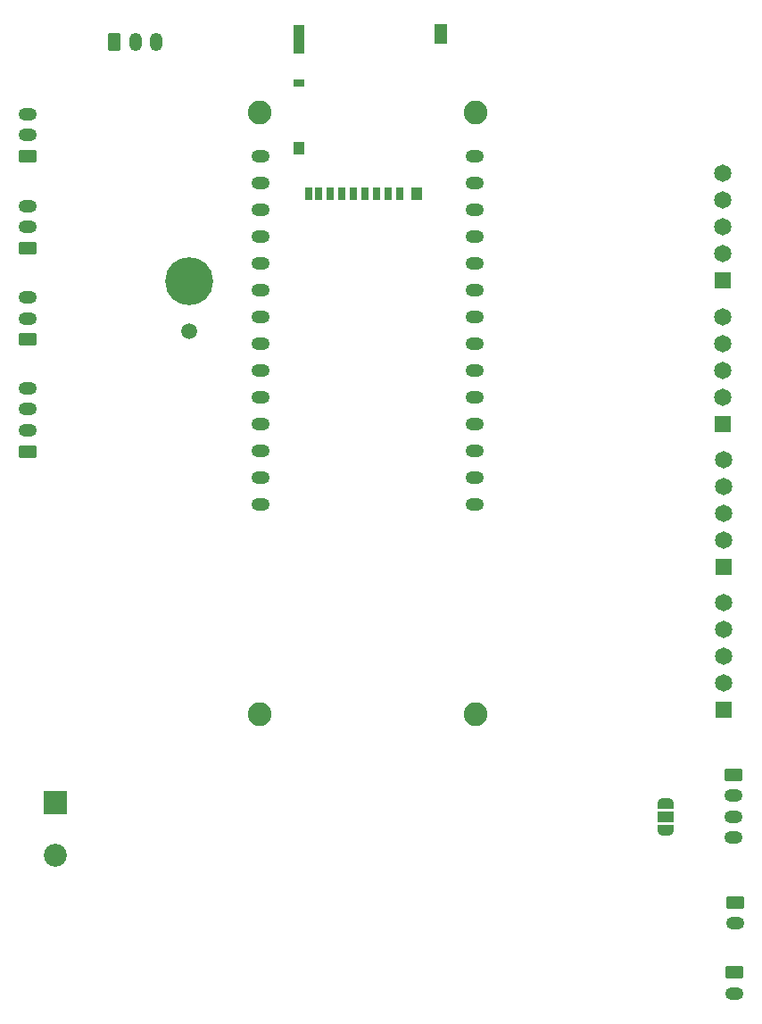
<source format=gbs>
G04 #@! TF.GenerationSoftware,KiCad,Pcbnew,(6.0.5)*
G04 #@! TF.CreationDate,2022-06-09T16:15:49+02:00*
G04 #@! TF.ProjectId,ruche,72756368-652e-46b6-9963-61645f706362,rev?*
G04 #@! TF.SameCoordinates,Original*
G04 #@! TF.FileFunction,Soldermask,Bot*
G04 #@! TF.FilePolarity,Negative*
%FSLAX46Y46*%
G04 Gerber Fmt 4.6, Leading zero omitted, Abs format (unit mm)*
G04 Created by KiCad (PCBNEW (6.0.5)) date 2022-06-09 16:15:49*
%MOMM*%
%LPD*%
G01*
G04 APERTURE LIST*
G04 Aperture macros list*
%AMRoundRect*
0 Rectangle with rounded corners*
0 $1 Rounding radius*
0 $2 $3 $4 $5 $6 $7 $8 $9 X,Y pos of 4 corners*
0 Add a 4 corners polygon primitive as box body*
4,1,4,$2,$3,$4,$5,$6,$7,$8,$9,$2,$3,0*
0 Add four circle primitives for the rounded corners*
1,1,$1+$1,$2,$3*
1,1,$1+$1,$4,$5*
1,1,$1+$1,$6,$7*
1,1,$1+$1,$8,$9*
0 Add four rect primitives between the rounded corners*
20,1,$1+$1,$2,$3,$4,$5,0*
20,1,$1+$1,$4,$5,$6,$7,0*
20,1,$1+$1,$6,$7,$8,$9,0*
20,1,$1+$1,$8,$9,$2,$3,0*%
%AMFreePoly0*
4,1,22,0.550000,-0.750000,0.000000,-0.750000,0.000000,-0.745033,-0.079941,-0.743568,-0.215256,-0.701293,-0.333266,-0.622738,-0.424486,-0.514219,-0.481581,-0.384460,-0.499164,-0.250000,-0.500000,-0.250000,-0.500000,0.250000,-0.499164,0.250000,-0.499963,0.256109,-0.478152,0.396186,-0.417904,0.524511,-0.324060,0.630769,-0.204165,0.706417,-0.067858,0.745374,0.000000,0.744959,0.000000,0.750000,
0.550000,0.750000,0.550000,-0.750000,0.550000,-0.750000,$1*%
%AMFreePoly1*
4,1,20,0.000000,0.744959,0.073905,0.744508,0.209726,0.703889,0.328688,0.626782,0.421226,0.519385,0.479903,0.390333,0.500000,0.250000,0.500000,-0.250000,0.499851,-0.262216,0.476331,-0.402017,0.414519,-0.529596,0.319384,-0.634700,0.198574,-0.708877,0.061801,-0.746166,0.000000,-0.745033,0.000000,-0.750000,-0.550000,-0.750000,-0.550000,0.750000,0.000000,0.750000,0.000000,0.744959,
0.000000,0.744959,$1*%
G04 Aperture macros list end*
%ADD10R,2.175000X2.175000*%
%ADD11C,2.175000*%
%ADD12RoundRect,0.250000X0.625000X-0.350000X0.625000X0.350000X-0.625000X0.350000X-0.625000X-0.350000X0*%
%ADD13O,1.750000X1.200000*%
%ADD14RoundRect,0.250000X-0.625000X0.350000X-0.625000X-0.350000X0.625000X-0.350000X0.625000X0.350000X0*%
%ADD15C,1.500000*%
%ADD16C,4.540000*%
%ADD17RoundRect,0.250000X-0.350000X-0.625000X0.350000X-0.625000X0.350000X0.625000X-0.350000X0.625000X0*%
%ADD18O,1.200000X1.750000*%
%ADD19R,1.650000X1.650000*%
%ADD20C,1.650000*%
%ADD21C,2.250000*%
%ADD22FreePoly0,270.000000*%
%ADD23R,1.500000X1.000000*%
%ADD24FreePoly1,270.000000*%
%ADD25R,0.700000X1.200000*%
%ADD26R,1.000000X0.800000*%
%ADD27R,1.300000X1.900000*%
%ADD28R,1.000000X1.200000*%
%ADD29R,1.000000X2.800000*%
G04 APERTURE END LIST*
D10*
X101550000Y-143635000D03*
D11*
X101550000Y-148635000D03*
D12*
X98900000Y-110310000D03*
D13*
X98900000Y-108310000D03*
X98900000Y-106310000D03*
X98900000Y-104310000D03*
D14*
X166010000Y-153050000D03*
D13*
X166010000Y-155050000D03*
D14*
X165990000Y-159690000D03*
D13*
X165990000Y-161690000D03*
D12*
X98875000Y-91035000D03*
D13*
X98875000Y-89035000D03*
X98875000Y-87035000D03*
D12*
X98870000Y-82310000D03*
D13*
X98870000Y-80310000D03*
X98870000Y-78310000D03*
D12*
X98900000Y-99685000D03*
D13*
X98900000Y-97685000D03*
X98900000Y-95685000D03*
D15*
X114220000Y-98940000D03*
D16*
X114220000Y-94140000D03*
D17*
X107100000Y-71460000D03*
D18*
X109100000Y-71460000D03*
X111100000Y-71460000D03*
D19*
X164870000Y-107720000D03*
D20*
X164870000Y-105180000D03*
X164870000Y-102640000D03*
X164870000Y-100100000D03*
X164870000Y-97560000D03*
D14*
X165870000Y-140940000D03*
D13*
X165870000Y-142940000D03*
X165870000Y-144940000D03*
X165870000Y-146940000D03*
D19*
X164900000Y-121250000D03*
D20*
X164900000Y-118710000D03*
X164900000Y-116170000D03*
X164900000Y-113630000D03*
X164900000Y-111090000D03*
D21*
X120877500Y-78185000D03*
X141377500Y-78185000D03*
X120877500Y-135185000D03*
X141377500Y-135185000D03*
D13*
X141287500Y-115300200D03*
X141287500Y-112760200D03*
X141287500Y-110220200D03*
X141287500Y-107680200D03*
X141287500Y-105140200D03*
X141287500Y-102600200D03*
X141287500Y-100060200D03*
X141287500Y-97520200D03*
X141287500Y-94980200D03*
X141287500Y-92440200D03*
X141287500Y-89900200D03*
X141287500Y-87360200D03*
X141287500Y-84820200D03*
X141287500Y-82280200D03*
X120967500Y-82280200D03*
X120967500Y-84820200D03*
X120967500Y-87360200D03*
X120967500Y-89900200D03*
X120967500Y-92440200D03*
X120967500Y-94980200D03*
X120967500Y-97520200D03*
X120967500Y-100060200D03*
X120967500Y-102600200D03*
X120967500Y-105140200D03*
X120967500Y-107680200D03*
X120967500Y-110220200D03*
X120967500Y-112760200D03*
X120967500Y-115300200D03*
D19*
X164900000Y-134800000D03*
D20*
X164900000Y-132260000D03*
X164900000Y-129720000D03*
X164900000Y-127180000D03*
X164900000Y-124640000D03*
D19*
X164870000Y-94100000D03*
D20*
X164870000Y-91560000D03*
X164870000Y-89020000D03*
X164870000Y-86480000D03*
X164870000Y-83940000D03*
D22*
X159460000Y-143660000D03*
D23*
X159460000Y-144960000D03*
D24*
X159460000Y-146260000D03*
D25*
X134235000Y-85835000D03*
X133135000Y-85835000D03*
X132035000Y-85835000D03*
X130935000Y-85835000D03*
X129835000Y-85835000D03*
X128735000Y-85835000D03*
X127635000Y-85835000D03*
X126535000Y-85835000D03*
X125585000Y-85835000D03*
D26*
X124635000Y-75335000D03*
D27*
X138135000Y-70735000D03*
D28*
X135785000Y-85835000D03*
X124635000Y-81535000D03*
D29*
X124635000Y-71185000D03*
M02*

</source>
